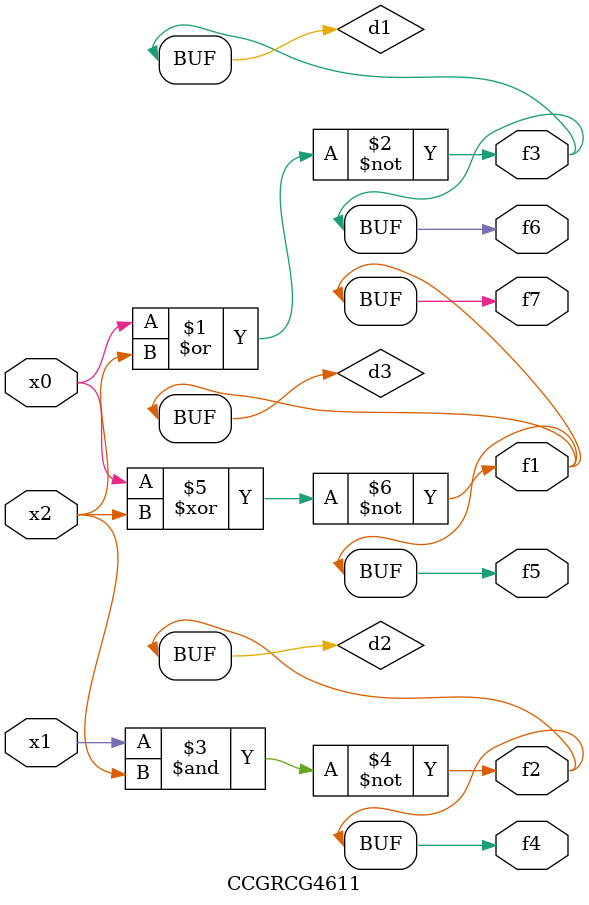
<source format=v>
module CCGRCG4611(
	input x0, x1, x2,
	output f1, f2, f3, f4, f5, f6, f7
);

	wire d1, d2, d3;

	nor (d1, x0, x2);
	nand (d2, x1, x2);
	xnor (d3, x0, x2);
	assign f1 = d3;
	assign f2 = d2;
	assign f3 = d1;
	assign f4 = d2;
	assign f5 = d3;
	assign f6 = d1;
	assign f7 = d3;
endmodule

</source>
